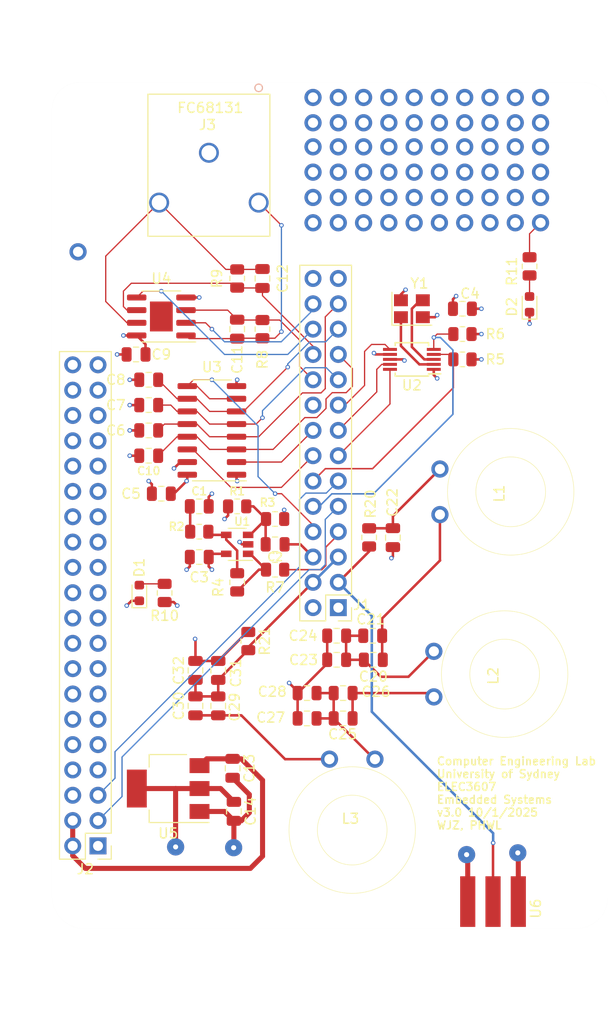
<source format=kicad_pcb>
(kicad_pcb (version 20211014) (generator pcbnew)
  (layers (0 "F.Cu" signal) (1 "In1.Cu" power "GNDD.Cu") (2 "In2.Cu" power "3V3.Cu") (31 "B.Cu" signal) (34 "B.Paste" user) (35 "F.Paste" user) (36 "B.SilkS" user "B.Silkscreen") (37 "F.SilkS" user "F.Silkscreen") (38 "B.Mask" user) (39 "F.Mask" user) (44 "Edge.Cuts" user))
  (net 0 "")
  (net 1 "+3V3")
  (net 2 "GND")
  (net 3 "Net-(C1-Pad2)")
  (net 4 "Net-(C2-Pad2)")
  (net 5 "RFIN")
  (net 6 "Q+")
  (net 7 "I+")
  (net 8 "Iout")
  (net 9 "Qout")
  (net 10 "RFOUT")
  (net 11 "MIXIN")
  (net 12 "I2C_SCL")
  (net 13 "I2C_SDA")
  (net 14 "CLK0")
  (net 15 "MIXCLK0")
  (net 16 "CLK1")
  (net 17 "MIXCLK90")
  (net 18 "CLK2")
  (net 19 "MIXI+")
  (net 20 "MIXI-")
  (net 21 "MIXQ+")
  (net 22 "MIXQ-")
  (net 23 "Net-(R2-Pad1)")
  (net 24 "Net-(R4-Pad1)")
  (net 25 "Net-(U2-Pad2)")
  (net 26 "Net-(U2-Pad3)")
  (net 27 "I-")
  (net 28 "Q-")
  (net 29 "Net-(D1-Pad2)")
  (net 30 "Net-(D2-Pad2)")
  (net 31 "LED_IN")
  (net 32 "P3_SDA")
  (net 33 "P5_SCL")
  (net 35 "Net-(C13-Pad1)")
  (net 36 "Net-(C20-Pad1)")
  (net 37 "Net-(C20-Pad2)")
  (net 38 "Net-(C22-Pad1)")
  (net 39 "Net-(C25-Pad2)")
  (net 40 "Net-(C25-Pad1)")
  (net 41 "Net-(C29-Pad1)")
  (net 71 "BPFOUT")
  (net 72 "BPFIN")
  (footprint "Capacitor_SMD:C_0805_2012Metric" (layer "F.Cu") (at 154.1018 81.0641 180)
    (fp_text reference "C4")
    (fp_text value "0.1uF")
  )
  (footprint "Capacitor_SMD:C_0805_2012Metric" (layer "F.Cu") (at 122.5804 93.2688 180)
    (fp_text reference "C6")
    (fp_text value "0.1uF")
  )
  (footprint "Capacitor_SMD:C_0805_2012Metric" (layer "F.Cu") (at 122.5804 90.7288 180)
    (fp_text reference "C7")
    (fp_text value "0.1uF")
  )
  (footprint "Capacitor_SMD:C_0805_2012Metric" (layer "F.Cu") (at 121.3104 85.6488 180)
    (fp_text reference "C9")
    (fp_text value "0.1uF")
  )
  (footprint "Capacitor_SMD:C_0805_2012Metric" (layer "F.Cu") (at 122.5804 95.8088 180)
    (fp_text reference "C10")
    (fp_text value "0.1uF")
  )
  (footprint "Resistor_SMD:R_0805_2012Metric" (layer "F.Cu") (at 154.1018 83.6041)
    (fp_text reference "R6")
    (fp_text value "4.7k")
  )
  (footprint "Package_SO:MSOP-10_3x3mm_P0.5mm" (layer "F.Cu") (at 149.0218 86.1441 180)
    (fp_text reference "U2")
    (fp_text value "Si5351A-B-GT")
  )
  (footprint "Package_SO:SOIC-16_3.9x9.9mm_P1.27mm" (layer "F.Cu") (at 128.9304 93.2688 180)
    (fp_text reference "U3")
    (fp_text value "TS3A5017")
  )
  (footprint "Capacitor_SMD:C_0805_2012Metric" (layer "F.Cu") (at 131.4704 83.1088 90)
    (fp_text reference "C11")
    (fp_text value "3300pF")
  )
  (footprint "Package_SO:SOIC-8-1EP_3.9x4.9mm_P1.27mm_EP2.29x3mm" (layer "F.Cu") (at 123.8504 81.8388 180)
    (fp_text reference "U4")
    (fp_text value "TL972")
  )
  (footprint "Resistor_SMD:R_0805_2012Metric" (layer "F.Cu") (at 134.0104 83.1088 90)
    (fp_text reference "R8")
    (fp_text value "10K")
  )
  (footprint "Resistor_SMD:R_0805_2012Metric" (layer "F.Cu") (at 154.1018 86.1441)
    (fp_text reference "R5")
    (fp_text value "4.7k")
  )
  (footprint "Crystal:Crystal_SMD_TXC_7M-4Pin_3.2x2.5mm" (layer "F.Cu") (at 149.0218 81.0641)
    (fp_text reference "Y1")
    (fp_text value "Crystal")
  )
  (footprint "Capacitor_SMD:C_0805_2012Metric" (layer "F.Cu") (at 123.8504 99.6188 180)
    (fp_text reference "C5")
    (fp_text value "0.1uF")
  )
  (footprint "Resistor_SMD:R_0805_2012Metric" (layer "F.Cu") (at 131.4704 78.0288 -90)
    (fp_text reference "R9")
    (fp_text value "10K")
  )
  (footprint "Capacitor_SMD:C_0805_2012Metric" (layer "F.Cu") (at 134.0104 78.0288 -90)
    (fp_text reference "C12")
    (fp_text value "3300pF")
  )
  (footprint "Connector_PinHeader_2.54mm:PinHeader_2x14_P2.54mm_Vertical" (layer "F.Cu") (at 141.6304 111.0488 180)
    (fp_text reference "J1")
    (fp_text value "Conn_02x14_Odd_Even")
  )
  (footprint "Capacitor_SMD:C_0805_2012Metric" (layer "F.Cu") (at 127.6604 105.9688)
    (fp_text reference "C3")
    (fp_text value "0.1uF")
  )
  (footprint "Resistor_SMD:R_0805_2012Metric" (layer "F.Cu") (at 127.6604 103.4288 180)
    (fp_text reference "R2")
    (fp_text value "47")
  )
  (footprint "Capacitor_SMD:C_0805_2012Metric" (layer "F.Cu") (at 127.6604 100.8888 180)
    (fp_text reference "C1")
    (fp_text value "0.1uF")
  )
  (footprint "Package_TO_SOT_SMD:SOT-23-5" (layer "F.Cu") (at 131.4704 104.6988 180)
    (fp_text reference "U1")
    (fp_text value "THS4304")
  )
  (footprint "Resistor_SMD:R_0805_2012Metric" (layer "F.Cu") (at 135.2804 102.1588)
    (fp_text reference "R3")
    (fp_text value "470")
  )
  (footprint "Resistor_SMD:R_0805_2012Metric" (layer "F.Cu") (at 135.2804 107.2388 180)
    (fp_text reference "R7")
    (fp_text value "100")
  )
  (footprint "Capacitor_SMD:C_0805_2012Metric" (layer "F.Cu") (at 135.2804 104.6988 180)
    (fp_text reference "C2")
    (fp_text value "0.01uF")
  )
  (footprint "Resistor_SMD:R_0805_2012Metric" (layer "F.Cu") (at 131.4704 100.8888)
    (fp_text reference "R1")
    (fp_text value "470")
  )
  (footprint "Resistor_SMD:R_0805_2012Metric" (layer "F.Cu") (at 131.4704 108.5088 90)
    (fp_text reference "R4")
    (fp_text value "220")
  )
  (footprint "Diode_SMD:D_0603_1608Metric" (layer "F.Cu") (at 121.6406 109.5756 90)
    (fp_text reference "D1")
    (fp_text value "LED yellow")
  )
  (footprint "Resistor_SMD:R_0805_2012Metric" (layer "F.Cu") (at 124.1806 109.5756 90)
    (fp_text reference "R10")
    (fp_text value "62")
  )
  (footprint "Capacitor_SMD:C_0805_2012Metric" (layer "F.Cu") (at 122.5804 88.1888 180)
    (fp_text reference "C8")
    (fp_text value "0.1uF")
  )
  (footprint "Connector_PinHeader_2.54mm:PinHeader_2x20_P2.54mm_Vertical" (layer "F.Cu") (at 117.4877 134.9502 180)
    (fp_text reference "J2")
    (fp_text value "Conn_02x20_Odd_Even")
  )
  (footprint "AudioJack:FC68131" (layer "F.Cu") (at 133.6294 62.9158 -90)
    (fp_text reference "J3")
    (fp_text value "FC68131")
  )
  (footprint "Diode_SMD:D_0603_1608Metric" (layer "F.Cu") (at 160.8455 80.6196 90)
    (fp_text reference "D2")
    (fp_text value "LED blue")
  )
  (footprint "Resistor_SMD:R_0805_2012Metric" (layer "F.Cu") (at 160.8455 76.8096 -90)
    (fp_text reference "R11")
    (fp_text value "200")
  )
  (footprint "Capacitor_SMD:C_0805_2012Metric" (layer "F.Cu") (at 131.0132 127.1651 -90)
    (fp_text reference "C13")
    (fp_text value "100nF")
  )
  (footprint "Capacitor_SMD:C_0805_2012Metric" (layer "F.Cu") (at 131.1402 131.4831 -90)
    (fp_text reference "C14")
    (fp_text value "10uF")
  )
  (footprint "Capacitor_SMD:C_0805_2012Metric" (layer "F.Cu") (at 145.1483 116.2812 180)
    (fp_text reference "C20")
    (fp_text value "33pF")
  )
  (footprint "Capacitor_SMD:C_0805_2012Metric" (layer "F.Cu") (at 145.0873 113.8682 180)
    (fp_text reference "C21")
    (fp_text value "27pF")
  )
  (footprint "Capacitor_SMD:C_0805_2012Metric" (layer "F.Cu") (at 147.1168 104.0257 -90)
    (fp_text reference "C22")
    (fp_text value "270pF")
  )
  (footprint "Capacitor_SMD:C_0805_2012Metric" (layer "F.Cu") (at 141.4653 116.2812 180)
    (fp_text reference "C23")
    (fp_text value "680pF")
  )
  (footprint "Capacitor_SMD:C_0805_2012Metric" (layer "F.Cu") (at 141.4653 113.8682 180)
    (fp_text reference "C24")
    (fp_text value "22pF")
  )
  (footprint "Capacitor_SMD:C_0805_2012Metric" (layer "F.Cu") (at 142.1155 122.1613 180)
    (fp_text reference "C25")
    (fp_text value "33pF")
  )
  (footprint "Capacitor_SMD:C_0805_2012Metric" (layer "F.Cu") (at 142.1155 119.6213 180)
    (fp_text reference "C26")
    (fp_text value "27pF")
  )
  (footprint "Capacitor_SMD:C_0805_2012Metric" (layer "F.Cu") (at 138.4935 122.1613 180)
    (fp_text reference "C27")
    (fp_text value "680pF")
  )
  (footprint "Capacitor_SMD:C_0805_2012Metric" (layer "F.Cu") (at 138.4935 119.6213 180)
    (fp_text reference "C28")
    (fp_text value "22pF")
  )
  (footprint "Capacitor_SMD:C_0805_2012Metric" (layer "F.Cu") (at 129.5654 120.904 90)
    (fp_text reference "C29")
    (fp_text value "33pF")
  )
  (footprint "Capacitor_SMD:C_0805_2012Metric" (layer "F.Cu") (at 127.2794 120.904 90)
    (fp_text reference "C30")
    (fp_text value "27pF")
  )
  (footprint "Capacitor_SMD:C_0805_2012Metric" (layer "F.Cu") (at 129.5654 117.348 90)
    (fp_text reference "C31")
    (fp_text value "680pF")
  )
  (footprint "Capacitor_SMD:C_0805_2012Metric" (layer "F.Cu") (at 127.2794 117.348 90)
    (fp_text reference "C32")
    (fp_text value "22pF")
  )
  (footprint "AudioJack:T94-10" (layer "F.Cu") (at 158.9532 99.4283 -90)
    (fp_text reference "L1")
    (fp_text value "INDUCTOR")
  )
  (footprint "AudioJack:T94-10" (layer "F.Cu") (at 158.3436 117.7163 -90)
    (fp_text reference "L2")
    (fp_text value "INDUCTOR")
  )
  (footprint "AudioJack:T94-10" (layer "F.Cu") (at 143.0274 133.3627 180)
    (fp_text reference "L3")
    (fp_text value "INDUCTOR")
  )
  (footprint "Resistor_SMD:R_0805_2012Metric" (layer "F.Cu") (at 144.7292 104.0003 -90)
    (fp_text reference "R20")
    (fp_text value "50")
  )
  (footprint "Resistor_SMD:R_0805_2012Metric" (layer "F.Cu") (at 132.588 114.4016 -90)
    (fp_text reference "R21")
    (fp_text value "50")
  )
  (footprint "Package_TO_SOT_SMD:SOT-223-3_TabPin2" (layer "F.Cu") (at 124.5362 129.1971 180)
    (fp_text reference "U5")
    (fp_text value "LD1117S33TR_SOT223")
  )
  (footprint "AudioJack:BWSMA-KE-P001" (layer "F.Cu") (at 157.1752 143.8402 -90)
    (fp_text reference "U6")
    (fp_text value "BWSMA-KE-P001")
  )
  (gr_line (start 165.519126 143.255848) (end 116.1542 143.256) (layer "Edge.Cuts") (width 0.00254))
  (gr_line (start 166.292299 58.356495) (end 115.6462 58.3565) (layer "Edge.Cuts") (width 0.00254))
  (gr_arc (start 112.8522 61.1505) (mid 113.670544 59.174844) (end 115.6462 58.3565) (layer "Edge.Cuts") (width 0.00254))
  (gr_line (start 168.7322 140.0175) (end 168.7449 60.833) (layer "Edge.Cuts") (width 0.00254))
  (gr_arc (start 168.732127 140.017501) (mid 167.80004 142.305809) (end 165.519126 143.255848) (layer "Edge.Cuts") (width 0.00254))
  (gr_arc (start 116.1542 143.256) (mid 113.819333 142.288867) (end 112.8522 139.954) (layer "Edge.Cuts") (width 0.00254))
  (gr_line (start 112.8522 139.954) (end 112.8522 61.1505) (layer "Edge.Cuts") (width 0.00254))
  (gr_arc (start 166.292299 58.356495) (mid 168.031721 59.086578) (end 168.7449 60.833) (layer "Edge.Cuts") (width 0.00254))
  (gr_text "Computer Engineering Lab\nUniversity of Sydney\nELEC3607\nEmbedded Systems\nv3.0 10/1/2025\nWJZ, PHWL" (at 151.4475 129.667) (layer "F.SilkS") (effects (font (size 0.8 0.8)) (justify left)))
  (via (at 151.7904 72.4408) (size 1.7272) (drill 1.016) (layers "F.Cu" "B.Cu") (net 0))
  (via (at 154.3304 72.4408) (size 1.7272) (drill 1.016) (layers "F.Cu" "B.Cu") (net 0))
  (via (at 141.6304 72.4408) (size 1.7272) (drill 1.016) (layers "F.Cu" "B.Cu") (net 0))
  (via (at 154.3304 64.8208) (size 1.7272) (drill 1.016) (layers "F.Cu" "B.Cu") (net 0))
  (via (at 149.2504 67.3608) (size 1.7272) (drill 1.016) (layers "F.Cu" "B.Cu") (net 0))
  (via (at 151.7904 69.9008) (size 1.7272) (drill 1.016) (layers "F.Cu" "B.Cu") (net 0))
  (via (at 144.1704 72.4408) (size 1.7272) (drill 1.016) (layers "F.Cu" "B.Cu") (net 0))
  (via (at 151.7904 64.8208) (size 1.7272) (drill 1.016) (layers "F.Cu" "B.Cu") (net 0))
  (via (at 159.4104 64.8208) (size 1.7272) (drill 1.016) (layers "F.Cu" "B.Cu") (net 0))
  (via (at 154.3304 69.9008) (size 1.7272) (drill 1.016) (layers "F.Cu" "B.Cu") (net 0))
  (via (at 156.8704 67.3608) (size 1.7272) (drill 1.016) (layers "F.Cu" "B.Cu") (net 0))
  (via (at 154.3304 67.3608) (size 1.7272) (drill 1.016) (layers "F.Cu" "B.Cu") (net 0))
  (via (at 144.1704 64.8208) (size 1.7272) (drill 1.016) (layers "F.Cu" "B.Cu") (net 0))
  (via (at 159.4104 72.4408) (size 1.7272) (drill 1.016) (layers "F.Cu" "B.Cu") (net 0))
  (via (at 146.7104 64.8208) (size 1.7272) (drill 1.016) (layers "F.Cu" "B.Cu") (net 0))
  (via (at 144.1704 69.9008) (size 1.7272) (drill 1.016) (layers "F.Cu" "B.Cu") (net 0))
  (via (at 149.2504 69.9008) (size 1.7272) (drill 1.016) (layers "F.Cu" "B.Cu") (net 0))
  (via (at 156.8704 69.9008) (size 1.7272) (drill 1.016) (layers "F.Cu" "B.Cu") (net 0))
  (via (at 156.8704 72.4408) (size 1.7272) (drill 1.016) (layers "F.Cu" "B.Cu") (net 0))
  (via (at 144.1704 67.3608) (size 1.7272) (drill 1.016) (layers "F.Cu" "B.Cu") (net 0))
  (via (at 159.4104 67.3608) (size 1.7272) (drill 1.016) (layers "F.Cu" "B.Cu") (net 0))
  (via (at 159.4104 69.9008) (size 1.7272) (drill 1.016) (layers "F.Cu" "B.Cu") (net 0))
  (via (at 161.9504 69.9008) (size 1.7272) (drill 1.016) (layers "F.Cu" "B.Cu") (net 0))
  (via (at 151.7904 67.3608) (size 1.7272) (drill 1.016) (layers "F.Cu" "B.Cu") (net 0))
  (via (at 141.6304 64.8208) (size 1.7272) (drill 1.016) (layers "F.Cu" "B.Cu") (net 0))
  (via (at 141.6304 67.3608) (size 1.7272) (drill 1.016) (layers "F.Cu" "B.Cu") (net 0))
  (via (at 161.9504 64.8208) (size 1.7272) (drill 1.016) (layers "F.Cu" "B.Cu") (net 0))
  (via (at 161.9504 67.3608) (size 1.7272) (drill 1.016) (layers "F.Cu" "B.Cu") (net 0))
  (via (at 139.0904 69.9008) (size 1.7272) (drill 1.016) (layers "F.Cu" "B.Cu") (net 0))
  (via (at 139.0904 64.8208) (size 1.7272) (drill 1.016) (layers "F.Cu" "B.Cu") (net 0))
  (via (at 146.7104 72.4408) (size 1.7272) (drill 1.016) (layers "F.Cu" "B.Cu") (net 0))
  (via (at 146.7104 69.9008) (size 1.7272) (drill 1.016) (layers "F.Cu" "B.Cu") (net 0))
  (via (at 146.7104 67.3608) (size 1.7272) (drill 1.016) (layers "F.Cu" "B.Cu") (net 0))
  (via (at 156.8704 64.8208) (size 1.7272) (drill 1.016) (layers "F.Cu" "B.Cu") (net 0))
  (via (at 139.0904 72.4408) (size 1.7272) (drill 1.016) (layers "F.Cu" "B.Cu") (net 0))
  (via (at 139.0904 67.3608) (size 1.7272) (drill 1.016) (layers "F.Cu" "B.Cu") (net 0))
  (via (at 141.6304 69.9008) (size 1.7272) (drill 1.016) (layers "F.Cu" "B.Cu") (net 0))
  (via (at 149.2504 64.8208) (size 1.7272) (drill 1.016) (layers "F.Cu" "B.Cu") (net 0))
  (via (at 149.2504 72.4408) (size 1.7272) (drill 1.016) (layers "F.Cu" "B.Cu") (net 0))
  (via (at 149.2504 59.8678) (size 1.7272) (drill 1.016) (layers "F.Cu" "B.Cu") (net 0))
  (via (at 159.4104 59.8678) (size 1.7272) (drill 1.016) (layers "F.Cu" "B.Cu") (net 0))
  (via (at 139.0904 59.8678) (size 1.7272) (drill 1.016) (layers "F.Cu" "B.Cu") (net 0))
  (via (at 144.1704 62.4078) (size 1.7272) (drill 1.016) (layers "F.Cu" "B.Cu") (net 0))
  (via (at 149.2504 62.4078) (size 1.7272) (drill 1.016) (layers "F.Cu" "B.Cu") (net 0))
  (via (at 156.8704 62.4078) (size 1.7272) (drill 1.016) (layers "F.Cu" "B.Cu") (net 0))
  (via (at 141.6304 62.4078) (size 1.7272) (drill 1.016) (layers "F.Cu" "B.Cu") (net 0))
  (via (at 151.7904 59.8678) (size 1.7272) (drill 1.016) (layers "F.Cu" "B.Cu") (net 0))
  (via (at 161.9504 62.4078) (size 1.7272) (drill 1.016) (layers "F.Cu" "B.Cu") (net 0))
  (via (at 141.6304 59.8678) (size 1.7272) (drill 1.016) (layers "F.Cu" "B.Cu") (net 0))
  (via (at 146.7104 59.8678) (size 1.7272) (drill 1.016) (layers "F.Cu" "B.Cu") (net 0))
  (via (at 161.9504 59.8678) (size 1.7272) (drill 1.016) (layers "F.Cu" "B.Cu") (net 0))
  (via (at 156.8704 59.8678) (size 1.7272) (drill 1.016) (layers "F.Cu" "B.Cu") (net 0))
  (via (at 139.0904 62.4078) (size 1.7272) (drill 1.016) (layers "F.Cu" "B.Cu") (net 0))
  (via (at 159.4104 62.4078) (size 1.7272) (drill 1.016) (layers "F.Cu" "B.Cu") (net 0))
  (via (at 154.3304 62.4078) (size 1.7272) (drill 1.016) (layers "F.Cu" "B.Cu") (net 0))
  (via (at 151.7904 62.4078) (size 1.7272) (drill 1.016) (layers "F.Cu" "B.Cu") (net 0))
  (via (at 146.7104 62.4078) (size 1.7272) (drill 1.016) (layers "F.Cu" "B.Cu") (net 0))
  (via (at 144.1704 59.8678) (size 1.7272) (drill 1.016) (layers "F.Cu" "B.Cu") (net 0))
  (via (at 154.3304 59.8678) (size 1.7272) (drill 1.016) (layers "F.Cu" "B.Cu") (net 0))
  (segment (start 125.2855 129.2098) (end 125.2982 129.1971) (width 0.508) (layer "F.Cu") (net 1))
  (segment (start 129.8042 129.1971) (end 131.1402 130.5331) (width 0.508) (layer "F.Cu") (net 1))
  (segment (start 130.3704 105.6488) (end 128.9304 105.6488) (width 0.254) (layer "F.Cu") (net 1))
  (segment (start 122.2604 85.6488) (end 122.2604 84.6288) (width 0.254) (layer "F.Cu") (net 1))
  (segment (start 128.6104 105.9688) (end 128.6104 106.9188) (width 0.254) (layer "F.Cu") (net 1))
  (segment (start 136.1929 101.2463) (end 136.1929 102.1588) (width 0.254) (layer "F.Cu") (net 1))
  (segment (start 126.4554 98.2838) (end 126.3904 98.3488) (width 0.254) (layer "F.Cu") (net 1))
  (segment (start 151.2218 87.7091) (end 151.5618 88.0491) (width 0.254) (layer "F.Cu") (net 1))
  (segment (start 128.9304 105.6488) (end 128.6104 105.9688) (width 0.254) (layer "F.Cu") (net 1))
  (segment (start 131.2012 130.5941) (end 131.1402 130.5331) (width 0.762) (layer "F.Cu") (net 1))
  (segment (start 126.4554 97.7138) (end 126.4554 98.2838) (width 0.254) (layer "F.Cu") (net 1))
  (segment (start 145.3468 85.6441) (end 145.2118 85.5091) (width 0.254) (layer "F.Cu") (net 1))
  (segment (start 125.2855 135.0518) (end 125.2855 129.2098) (width 0.508) (layer "F.Cu") (net 1))
  (segment (start 121.3862 129.1971) (end 125.2982 129.1971) (width 0.508) (layer "F.Cu") (net 1))
  (segment (start 151.2218 87.1441) (end 151.2218 87.7091) (width 0.254) (layer "F.Cu") (net 1))
  (segment (start 122.2604 84.6288) (end 121.3754 83.7438) (width 0.254) (layer "F.Cu") (net 1))
  (segment (start 146.8218 85.6441) (end 145.3468 85.6441) (width 0.254) (layer "F.Cu") (net 1))
  (segment (start 125.0931 110.4881) (end 125.4506 110.8456) (width 0.254) (layer "F.Cu") (net 1))
  (segment (start 128.6104 106.9188) (end 128.9304 107.2388) (width 0.254) (layer "F.Cu") (net 1))
  (segment (start 125.2982 129.1971) (end 127.6862 129.1971) (width 0.508) (layer "F.Cu") (net 1))
  (segment (start 155.0518 81.0641) (end 156.0068 81.0641) (width 0.254) (layer "F.Cu") (net 1))
  (segment (start 124.1806 110.4881) (end 125.0931 110.4881) (width 0.254) (layer "F.Cu") (net 1))
  (segment (start 155.0143 86.1441) (end 156.0068 86.1441) (width 0.254) (layer "F.Cu") (net 1))
  (segment (start 121.3754 83.7438) (end 120.0404 83.7438) (width 0.254) (layer "F.Cu") (net 1))
  (segment (start 124.8004 99.6188) (end 125.1204 99.6188) (width 0.254) (layer "F.Cu") (net 1))
  (segment (start 127.6862 129.1971) (end 129.8042 129.1971) (width 0.508) (layer "F.Cu") (net 1))
  (segment (start 155.0143 83.6041) (end 156.0068 83.6041) (width 0.254) (layer "F.Cu") (net 1))
  (segment (start 125.1204 99.6188) (end 126.3904 98.3488) (width 0.254) (layer "F.Cu") (net 1))
  (via (at 125.4506 110.8456) (size 0.4572) (drill 0.254) (layers "F.Cu" "B.Cu") (net 1))
  (via (at 156.0068 83.6041) (size 0.4572) (drill 0.254) (layers "F.Cu" "B.Cu") (net 1))
  (via (at 128.9304 107.2388) (size 0.4572) (drill 0.254) (layers "F.Cu" "B.Cu") (net 1))
  (via (at 136.1929 101.2463) (size 0.4572) (drill 0.254) (layers "F.Cu" "B.Cu") (net 1))
  (via (at 126.3904 98.3488) (size 0.4572) (drill 0.254) (layers "F.Cu" "B.Cu") (net 1))
  (via (at 125.2855 135.0518) (size 1.7272) (drill 0.508) (layers "F.Cu" "B.Cu") (net 1))
  (via (at 120.0404 83.7438) (size 0.4572) (drill 0.254) (layers "F.Cu" "B.Cu") (net 1))
  (via (at 151.5618 88.0491) (size 0.4572) (drill 0.254) (layers "F.Cu" "B.Cu") (net 1))
  (via (at 156.0068 86.1441) (size 0.4572) (drill 0.254) (layers "F.Cu" "B.Cu") (net 1))
  (via (at 145.2118 85.5091) (size 0.4572) (drill 0.254) (layers "F.Cu" "B.Cu") (net 1))
  (via (at 156.0068 81.0641) (size 0.4572) (drill 0.254) (layers "F.Cu" "B.Cu") (net 1))
  (segment (start 128.9679 101.2463) (end 128.6104 100.8888) (width 0.254) (layer "F.Cu") (net 2))
  (segment (start 160.8455 81.4071) (end 160.8455 82.5246) (width 0.254) (layer "F.Cu") (net 2))
  (segment (start 148.15818 86.1441) (end 148.27249 86.25841) (width 0.254) (layer "F.Cu") (net 2))
  (segment (start 126.7104 106.9188) (end 126.3904 107.2388) (width 0.254) (layer "F.Cu") (net 2))
  (segment (start 120.8531 110.3631) (end 120.3706 110.8456) (width 0.254) (layer "F.Cu") (net 2))
  (segment (start 126.7104 105.9688) (end 126.7104 106.9188) (width 0.254) (layer "F.Cu") (net 2))
  (segment (start 127.2794 116.398) (end 129.5654 116.398) (width 0.254) (layer "F.Cu") (net 2))
  (segment (start 127.2794 114.2238) (end 127.2413 114.1857) (width 0.254) (layer "F.Cu") (net 2))
  (segment (start 153.1518 81.0641) (end 153.1518 80.1091) (width 0.254) (layer "F.Cu") (net 2))
  (segment (start 131.1402 135.1026) (end 131.1148 135.128) (width 0.508) (layer "F.Cu") (net 2))
  (segment (start 140.2613 116.5352) (end 140.5153 116.2812) (width 0.254) (layer "F.Cu") (net 2))
  (segment (start 137.5435 119.6213) (end 140.5153 116.6495) (width 0.254) (layer "F.Cu") (net 2))
  (segment (start 121.6304 95.8088) (end 120.6754 95.8088) (width 0.254) (layer "F.Cu") (net 2))
  (segment (start 137.5435 119.4587) (end 136.6901 118.6053) (width 0.254) (layer "F.Cu") (net 2))
  (segment (start 137.2895 119.8753) (end 137.5435 119.6213) (width 0.254) (layer "F.Cu") (net 2))
  (segment (start 131.8793 132.4331) (end 131.1402 132.4331) (width 0.508) (layer "F.Cu") (net 2))
  (segment (start 132.4743 113.4891) (end 129.5654 116.398) (width 0.254) (layer "F.Cu") (net 2))
  (segment (start 130.2042 131.4971) (end 131.1402 132.4331) (width 0.508) (layer "F.Cu") (net 2))
  (segment (start 140.5153 116.6495) (end 140.5153 116.2812) (width 0.254) (layer "F.Cu") (net 2))
  (segment (start 147.9218 80.2141) (end 147.9218 79.6241) (width 0.254) (layer "F.Cu") (net 2))
  (segment (start 127.2794 116.398) (end 127.2794 114.2238) (width 0.254) (layer "F.Cu") (net 2))
  (segment (start 132.588 113.4891) (end 132.4743 113.4891) (width 0.254) (layer "F.Cu") (net 2))
  (segment (start 126.7104 105.5013) (end 126.7104 105.9688) (width 0.254) (layer "F.Cu") (net 2))
  (segment (start 131.4054 98.2838) (end 131.4704 98.3488) (width 0.254) (layer "F.Cu") (net 2))
  (segment (start 131.1402 132.4331) (end 131.1402 135.1026) (width 0.508) (layer "F.Cu") (net 2))
  (segment (start 147.9218 79.6241) (end 148.3868 79.1591) (width 0.254) (layer "F.Cu") (net 2))
  (segment (start 126.4554 96.4438) (end 125.7554 96.4438) (width 0.254) (layer "F.Cu") (net 2))
  (segment (start 126.3254 79.9338) (end 127.6604 79.9338) (width 0.254) (layer "F.Cu") (net 2))
  (segment (start 128.6104 100.8888) (end 128.6104 99.9388) (width 0.254) (layer "F.Cu") (net 2))
  (segment (start 122.9004 98.6688) (end 122.5804 98.3488) (width 0.254) (layer "F.Cu") (net 2))
  (segment (start 130.5579 100.8888) (end 130.5579 101.8013) (width 0.254) (layer "F.Cu") (net 2))
  (segment (start 132.6896 129.7915) (end 132.6896 131.6228) (width 0.508) (layer "F.Cu") (net 2))
  (segment (start 125.7554 96.4438) (end 125.1204 97.0788) (width 0.254) (layer "F.Cu") (net 2))
  (segment (start 159.7152 135.6995) (end 159.6644 135.6487) (width 0.508) (layer "F.Cu") (net 2))
  (segment (start 137.5435 119.6213) (end 137.5435 119.4587) (width 0.254) (layer "F.Cu") (net 2))
  (segment (start 130.5579 101.8013) (end 130.2004 102.1588) (width 0.254) (layer "F.Cu") (net 2))
  (segment (start 137.5435 122.1613) (end 137.5435 119.6213) (width 0.254) (layer "F.Cu") (net 2))
  (segment (start 150.1218 81.9141) (end 151.3468 81.9141) (width 0.254) (layer "F.Cu") (net 2))
  (segment (start 131.949018 104.6988) (end 131.709709 104.459491) (width 0.254) (layer "F.Cu") (net 2))
  (segment (start 131.4054 88.8238) (end 131.4054 88.2538) (width 0.254) (layer "F.Cu") (net 2))
  (segment (start 147.1168 105.9307) (end 146.9644 106.0831) (width 0.254) (layer "F.Cu") (net 2))
  (segment (start 140.5153 113.8682) (end 140.5153 116.2812) (width 0.254) (layer "F.Cu") (net 2))
  (segment (start 159.7152 140.5382) (end 159.7152 135.6995) (width 0.508) (layer "F.Cu") (net 2))
  (segment (start 120.3604 85.6488) (end 119.4054 85.6488) (width 0.254) (layer "F.Cu") (net 2))
  (segment (start 132.5704 104.6988) (end 131.949018 104.6988) (width 0.254) (layer "F.Cu") (net 2))
  (segment (start 132.6896 131.6228) (end 131.8793 132.4331) (width 0.508) (layer "F.Cu") (net 2))
  (segment (start 122.9004 99.6188) (end 122.9004 98.6688) (width 0.254) (layer "F.Cu") (net 2))
  (segment (start 153.1518 80.1091) (end 153.4668 79.7941) (width 0.254) (layer "F.Cu") (net 2))
  (segment (start 146.8218 86.1441) (end 148.15818 86.1441) (width 0.254) (layer "F.Cu") (net 2))
  (segment (start 128.6104 99.9388) (end 128.9304 99.6188) (width 0.254) (layer "F.Cu") (net 2))
  (segment (start 121.6406 110.3631) (end 120.8531 110.3631) (width 0.254) (layer "F.Cu") (net 2))
  (segment (start 147.1168 104.9757) (end 147.1168 105.9307) (width 0.254) (layer "F.Cu") (net 2))
  (segment (start 154.6352 140.5382) (end 154.6352 135.9408) (width 0.508) (layer "F.Cu") (net 2))
  (segment (start 151.3468 81.9141) (end 151.5618 81.6991) (width 0.254) (layer "F.Cu") (net 2))
  (segment (start 121.6304 90.7288) (end 120.6754 90.7288) (width 0.254) (layer "F.Cu") (net 2))
  (segment (start 131.0132 128.1151) (end 132.6896 129.7915) (width 0.508) (layer "F.Cu") (net 2))
  (segment (start 131.4054 88.2538) (end 131.4704 88.1888) (width 0.254) (layer "F.Cu") (net 2))
  (segment (start 121.6304 88.1888) (end 120.6754 88.1888) (width 0.254) (layer "F.Cu") (net 2))
  (segment (start 131.4054 97.7138) (end 131.4054 98.2838) (width 0.254) (layer "F.Cu") (net 2))
  (segment (start 154.6352 135.9408) (end 154.5209 135.8265) (width 0.508) (layer "F.Cu") (net 2))
  (segment (start 127.6862 131.4971) (end 130.2042 131.4971) (width 0.508) (layer "F.Cu") (net 2))
  (segment (start 121.6304 93.2688) (end 120.6754 93.2688) (width 0.254) (layer "F.Cu") (net 2))
  (segment (start 140.6373 113.8682) (end 140.5153 113.8682) (width 0.254) (layer "F.Cu") (net 2))
  (via (at 160.8455 82.5627) (size 0.4572) (drill 0.254) (layers "F.Cu" "B.Cu") (net 2))
  (via (at 115.4811 75.3491) (size 1.7272) (drill 1.016) (layers "F.Cu" "B.Cu") (net 2))
  (via (at 146.9644 106.0831) (size 0.4572) (drill 0.254) (layers "F.Cu" "B.Cu") (net 2))
  (via (at 151.5618 81.6991) (size 0.4572) (drill 0.254) (layers "F.Cu" "B.Cu") (net 2))
  (via (at 128.9304 99.6188) (size 0.4572) (drill 0.254) (layers "F.Cu" "B.Cu") (net 2))
  (via (at 120.6754 88.1888) (size 0.4572) (drill 0.254) (layers "F.Cu" "B.Cu") (net 2))
  (via (at 154.5209 135.8265) (size 1.7272) (drill 0.508) (layers "F.Cu" "B.Cu") (net 2))
  (via (at 120.3706 110.8456) (size 0.4572) (drill 0.254) (layers "F.Cu" "B.Cu") (net 2))
  (via (at 131.709709 104.459491) (size 0.4572) (drill 0.254) (layers "F.Cu" "B.Cu") (net 2))
  (via (at 119.4054 85.6488) (size 0.4572) (drill 0.254) (layers "F.Cu" "B.Cu") (net 2))
  (via (at 120.6754 93.2688) (size 0.4572) (drill 0.254) (layers "F.Cu" "B.Cu") (net 2))
  (via (at 127.2413 114.1857) (size 0.4572) (drill 0.254) (layers "F.Cu" "B.Cu") (net 2))
  (via (at 131.4704 98.3488) (size 0.4572) (drill 0.254) (layers "F.Cu" "B.Cu") (net 2))
  (via (at 136.6901 118.6053) (size 0.4572) (drill 0.254) (layers "F.Cu" "B.Cu") (net 2))
  (via (at 126.3904 107.2388) (size 0.4572) (drill 0.254) (layers "F.Cu" "B.Cu") (net 2))
  (via (at 153.4668 79.7941) (size 0.4572) (drill 0.254) (layers "F.Cu" "B.Cu") (net 2))
  (via (at 148.3868 79.1591) (size 0.4572) (drill 0.254) (layers "F.Cu" "B.Cu") (net 2))
  (via (at 131.1148 135.128) (size 1.7272) (drill 0.508) (layers "F.Cu" "B.Cu") (net 2))
  (via (at 127.6604 79.9338) (size 0.4572) (drill 0.254) (layers "F.Cu" "B.Cu") (net 2))
  (via (at 120.6754 95.8088) (size 0.4572) (drill 0.254) (layers "F.Cu" "B.Cu") (net 2))
  (via (at 159.6644 135.6487) (size 1.7272) (drill 0.508) (layers "F.Cu" "B.Cu") (net 2))
  (via (at 122.5804 98.3488) (size 0.4572) (drill 0.254) (layers "F.Cu" "B.Cu") (net 2))
  (via (at 148.27249 86.25841) (size 0.4572) (drill 0.254) (layers "F.Cu" "B.Cu") (net 2))
  (via (at 125.1204 97.0788) (size 0.4572) (drill 0.254) (layers "F.Cu" "B.Cu") (net 2))
  (via (at 130.2004 102.1588) (size 0.4572) (drill 0.254) (layers "F.Cu" "B.Cu") (net 2))
  (via (at 120.6754 90.7288) (size 0.4572) (drill 0.254) (layers "F.Cu" "B.Cu") (net 2))
  (via (at 131.4704 88.1888) (size 0.4572) (drill 0.254) (layers "F.Cu" "B.Cu") (net 2))
  (segment (start 126.7479 100.9263) (end 126.7104 100.8888) (width 0.127) (layer "F.Cu") (net 3))
  (segment (start 126.7479 103.4288) (end 126.7479 100.9263) (width 0.254) (layer "F.Cu") (net 3))
  (segment (start 132.3829 100.8888) (end 133.0979 100.8888) (width 0.254) (layer "F.Cu") (net 4))
  (segment (start 134.3304 104.6988) (end 134.3304 102.1963) (width 0.254) (layer "F.Cu") (net 4))
  (segment (start 133.0979 100.8888) (end 134.3679 102.1588) (width 0.254) (layer "F.Cu") (net 4))
  (segment (start 132.7779 103.7488) (end 134.3679 102.1588) (width 0.254) (layer "F.Cu") (net 4))
  (segment (start 132.5704 103.7488) (end 132.7779 103.7488) (width 0.254) (layer "F.Cu") (net 4))
  (segment (start 137.8204 104.6988) (end 139.0904 105.9688) (width 0.254) (layer "F.Cu") (net 5))
  (segment (start 136.2304 104.6988) (end 137.8204 104.6988) (width 0.254) (layer "F.Cu") (net 5))
  (segment (start 122.0104 79.2988) (end 123.8504 79.2988) (width 0.127) (layer "F.Cu") (net 6))
  (segment (start 121.3754 79.9338) (end 122.0104 79.2988) (width 0.127) (layer "F.Cu") (net 6))
  (via (at 123.8504 79.2988) (size 0.4572) (drill 0.254) (layers "F.Cu" "B.Cu") (net 6))
  (segment (start 139.0904 83.1088) (end 136.5504 85.6488) (width 0.127) (layer "B.Cu") (net 6))
  (segment (start 136.5504 85.6488) (end 130.2004 85.6488) (width 0.127) (layer "B.Cu") (net 6))
  (segment (start 130.2004 85.6488) (end 123.8504 79.2988) (width 0.127) (layer "B.Cu") (net 6))
  (segment (start 135.734 82.1963) (end 137.7451 84.2074) (width 0.127) (layer "F.Cu") (net 7))
  (segment (start 130.5154 81.2038) (end 126.3254 81.2038) (width 0.127) (layer "F.Cu") (net 7))
  (segment (start 131.4704 82.1588) (end 130.5154 81.2038) (width 0.127) (layer "F.Cu") (net 7))
  (segment (start 137.7451 84.2074) (end 137.7451 86.8435) (width 0.127) (layer "F.Cu") (net 7))
  (segment (start 134.0104 82.1963) (end 135.734 82.1963) (width 0.127) (layer "F.Cu") (net 7))
  (segment (start 131.5079 82.1963) (end 131.4704 82.1588) (width 0.127) (layer "F.Cu") (net 7))
  (segment (start 137.7451 86.8435) (end 139.0904 88.1888) (width 0.127) (layer "F.Cu") (net 7))
  (segment (start 134.0104 82.1963) (end 131.5079 82.1963) (width 0.127) (layer "F.Cu") (net 7))
  (segment (start 131.4704 84.0588) (end 126.6404 84.0588) (width 0.127) (layer "F.Cu") (net 8))
  (segment (start 134.0104 84.0213) (end 135.2569 84.0213) (width 0.127) (layer "F.Cu") (net 8))
  (segment (start 131.5079 84.0213) (end 131.4704 84.0588) (width 0.127) (layer "F.Cu") (net 8))
  (segment (start 126.6404 84.0588) (end 126.3254 83.7438) (width 0.127) (layer "F.Cu") (net 8))
  (segment (start 135.2569 84.0213) (end 135.9154 83.3628) (width 0.127) (layer "F.Cu") (net 8))
  (segment (start 133.6364 70.4158) (end 133.6294 70.4158) (width 0.127) (layer "F.Cu") (net 8))
  (segment (start 134.0104 84.0213) (end 131.5079 84.0213) (width 0.127) (layer "F.Cu") (net 8))
  (segment (start 135.9154 72.6948) (end 133.6364 70.4158) (width 0.127) (layer "F.Cu") (net 8))
  (via (at 135.9154 83.3628) (size 0.4572) (drill 0.254) (layers "F.Cu" "B.Cu") (net 8))
  (via (at 135.9154 72.6948) (size 0.4572) (drill 0.254) (layers "F.Cu" "B.Cu") (net 8))
  (segment (start 135.9154 83.3628) (end 135.9154 72.6948) (width 0.127) (layer "B.Cu") (net 8))
  (segment (start 120.4004 82.4738) (end 118.2624 80.3358) (width 0.127) (layer "F.Cu") (net 9))
  (segment (start 118.2624 75.7828) (end 123.6294 70.4158) (width 0.127) (layer "F.Cu") (net 9))
  (segment (start 121.3754 82.4738) (end 120.4004 82.4738) (width 0.127) (layer "F.Cu") (net 9))
  (segment (start 130.3299 77.1163) (end 123.6294 70.4158) (width 0.127) (layer "F.Cu") (net 9))
  (segment (start 131.4704 77.1163) (end 133.9729 77.1163) (width 0.127) (layer "F.Cu") (net 9))
  (segment (start 118.2624 80.3358) (end 118.2624 75.7828) (width 0.127) (layer "F.Cu") (net 9))
  (segment (start 131.4704 77.1163) (end 130.3299 77.1163) (width 0.127) (layer "F.Cu") (net 9))
  (segment (start 141.6304 103.7221) (end 140.3701 104.9824) (width 0.1524) (layer "F.Cu") (net 10))
  (segment (start 141.6304 103.4288) (end 141.6304 103.7221) (width 0.1524) (layer "F.Cu") (net 10))
  (segment (start 139.9637 107.2388) (end 136.1929 107.2388) (width 0.1524) (layer "F.Cu") (net 10))
  (segment (start 140.3701 106.8324) (end 139.9637 107.2388) (width 0.1524) (layer "F.Cu") (net 10))
  (segment (start 140.3701 104.9824) (end 140.3701 106.8324) (width 0.1524) (layer "F.Cu") (net 10))
  (segment (start 135.938262 99.6188) (end 139.0904 102.770938) (width 0.127) (layer "F.Cu") (net 11))
  (segment (start 128.7004 90.0938) (end 131.4054 90.0938) (width 0.127) (layer "F.Cu") (net 11))
  (segment (start 128.9304 88.1888) (end 127.0904 88.1888) (width 0.127) (layer "F.Cu") (net 11))
  (segment (start 126.4554 88.8238) (end 127.4304 88.8238) (width 0.127) (layer "F.Cu") (net 11))
  (segment (start 135.2804 99.6188) (end 135.938262 99.6188) (width 0.127) (layer "F.Cu") (net 11))
  (segment (start 127.0904 88.1888) (end 126.4554 88.8238) (width 0.127) (layer "F.Cu") (net 11))
  (segment (start 139.0904 102.770938) (end 139.0904 103.4288) (width 0.127) (layer "F.Cu") (net 11))
  (segment (start 127.4304 88.8238) (end 128.7004 90.0938) (width 0.127) (layer "F.Cu") (net 11))
  (via (at 128.9304 88.1888) (size 0.4572) (drill 0.254) (layers "F.Cu" "B.Cu") (net 11))
  (via (at 135.2804 99.6188) (size 0.4572) (drill 0.254) (layers "F.Cu" "B.Cu") (net 11))
  (segment (start 135.2804 99.6188) (end 133.565899 97.904299) (width 0.127) (layer "B.Cu") (net 11))
  (segment (start 133.565899 97.904299) (end 133.565899 92.824299) (width 0.127) (layer "B.Cu") (net 11))
  (segment (start 133.565899 92.824299) (end 128.9304 88.1888) (width 0.127) (layer "B.Cu") (net 11))
  (segment (start 152.6893 85.6441) (end 153.1893 86.1441) (width 0.127) (layer "F.Cu") (net 12))
  (segment (start 151.2218 85.6441) (end 152.6893 85.6441) (width 0.127) (layer "F.Cu") (net 12))
  (segment (start 140.3318 97.1074) (end 145.0701 97.1074) (width 0.1524) (layer "F.Cu") (net 12))
  (segment (start 153.1893 88.9882) (end 153.1893 86.1441) (width 0.1524) (layer "F.Cu") (net 12))
  (segment (start 145.0701 97.1074) (end 153.1893 88.9882) (width 0.1524) (layer "F.Cu") (net 12))
  (segment (start 139.0904 98.3488) (end 140.3318 97.1074) (width 0.1524) (layer "F.Cu") (net 12))
  (segment (start 151.2218 85.1441) (end 151.2218 83.9441) (width 0.127) (layer "F.Cu") (net 13))
  (segment (start 153.1893 83.6041) (end 151.5618 83.6041) (width 0.127) (layer "F.Cu") (net 13))
  (segment (start 151.2218 85.1441) (end 151.6493 85.1441) (width 0.25) (layer "F.Cu") (net 13))
  (segment (start 151.5618 83.6041) (end 151.2218 83.9441) (width 0.127) (layer "F.Cu") (net 13))
  (segment (start 151.2189 83.947) (end 151.2218 83.9441) (width 0.127) (layer "F.Cu") (net 13))
  (segment (start 152.8318 83.6041) (end 153.01055 83.78285) (width 0.127) (layer "F.Cu") (net 13))
  (via (at 151.2316 83.947) (size 0.4572) (drill 0.254) (layers "F.Cu" "B.Cu") (net 13))
  (segment (start 153.1451 91.6474) (end 153.1451 85.2074) (width 0.1524) (layer "B.Cu") (net 13))
  (segment (start 139.0904 100.8888) (end 139.722229 100.8888) (width 0.1524) (layer "B.Cu") (net 13))
  (segment (start 153.1451 85.2074) (end 151.8847 83.947) (width 0.1524) (layer "B.Cu") (net 13))
  (segment (start 140.978629 99.6324) (end 145.1601 99.6324) (width 0.1524) (layer "B.Cu") (net 13))
  (segment (start 145.1601 99.6324) (end 153.1451 91.6474) (width 0.1524) (layer "B.Cu") (net 13))
  (segment (start 139.722229 100.8888) (end 140.978629 99.6324) (width 0.1524) (layer "B.Cu") (net 13))
  (segment (start 151.8847 83.947) (end 151.2316 83.947) (width 0.1524) (layer "B.Cu") (net 13))
  (segment (start 146.8218 87.1441) (end 146.8218 90.6174) (width 0.127) (layer "F.Cu") (net 14))
  (segment (start 146.8218 90.6174) (end 141.6304 95.8088) (width 0.127) (layer "F.Cu") (net 14))
  (segment (start 127.0254 95.1738) (end 126.4554 95.1738) (width 0.127) (layer "F.Cu") (net 15))
  (segment (start 139.0904 95.8088) (end 135.9154 98.9838) (width 0.127) (layer "F.Cu") (net 15))
  (segment (start 135.9154 98.9838) (end 130.8354 98.9838) (width 0.127) (layer "F.Cu") (net 15))
  (segment (start 130.8354 98.9838) (end 127.0254 95.1738) (width 0.127) (layer "F.Cu") (net 15))
  (segment (start 145.4951 87.1438) (end 145.9948 86.6441) (width 0.127) (layer "F.Cu") (net 16))
  (segment (start 145.4951 89.4041) (end 145.4951 87.1438) (width 0.127) (layer "F.Cu") (net 16))
  (segment (start 141.6304 93.2688) (end 145.4951 89.4041) (width 0.127) (layer "F.Cu") (net 16))
  (segment (start 145.9948 86.6441) (end 146.8218 86.6441) (width 0.127) (layer "F.Cu") (net 16))
  (segment (start 131.4054 96.4438) (end 135.9154 96.4438) (width 0.127) (layer "F.Cu") (net 17))
  (segment (start 135.9154 96.4438) (end 139.0904 93.2688) (width 0.127) (layer "F.Cu") (net 17))
  (segment (start 144.2701 88.7574) (end 142.2987 90.7288) (width 0.127) (layer "F.Cu") (net 18))
  (segment (start 146.3232 84.6455) (end 144.9705 84.6455) (width 0.127) (layer "F.Cu") (net 18))
  (segment (start 146.8218 85.1441) (end 146.3232 84.6455) (width 0.127) (layer "F.Cu") (net 18))
  (segment (start 144.9705 84.6455) (end 144.2701 85.3459) (width 0.127) (layer "F.Cu") (net 18))
  (segment (start 146.742299 85.064599) (end 146.8218 85.1441) (width 0.127) (layer "F.Cu") (net 18))
  (segment (start 142.2987 90.7288) (end 141.6304 90.7288) (width 0.127) (layer "F.Cu") (net 18))
  (segment (start 146.8218 85.1441) (end 146.6248 85.1441) (width 0.1524) (layer "F.Cu") (net 18))
  (segment (start 144.2701 85.3459) (end 144.2701 88.7574) (width 0.127) (layer "F.Cu") (net 18))
  (segment (start 133.3754 92.6338) (end 134.0104 91.9988) (width 0.127) (layer "F.Cu") (net 19))
  (segment (start 131.4054 92.6338) (end 133.3754 92.6338) (width 0.127) (layer "F.Cu") (net 19))
  (segment (start 123.5304 90.7288) (end 124.8004 90.7288) (width 0.127) (layer "F.Cu") (net 19))
  (segment (start 126.4554 91.3638) (end 127.4304 91.3638) (width 0.127) (layer "F.Cu") (net 19))
  (segment (start 127.4304 91.3638) (end 128.7004 92.6338) (width 0.127) (layer "F.Cu") (net 19))
  (segment (start 126.4554 91.3638) (end 125.4354 91.3638) (width 0.127) (layer "F.Cu") (net 19))
  (segment (start 128.7004 92.6338) (end 131.4054 92.6338) (width 0.127) (layer "F.Cu") (net 19))
  (segment (start 124.8004 90.7288) (end 125.4354 91.3638) (width 0.127) (layer "F.Cu") (net 19))
  (via (at 134.0104 91.9988) (size 0.4572) (drill 0.254) (layers "F.Cu" "B.Cu") (net 19))
  (segment (start 138.3201 86.9824) (end 134.0104 91.2921) (width 0.127) (layer "B.Cu") (net 19))
  (segment (start 141.6304 88.1888) (end 140.424 86.9824) (width 0.127) (layer "B.Cu") (net 19))
  (segment (start 140.424 86.9824) (end 138.3201 86.9824) (width 0.127) (layer "B.Cu") (net 19))
  (segment (start 134.0104 91.2921) (end 134.0104 91.9988) (width 0.127) (layer "B.Cu") (net 19))
  (segment (start 135.0787 95.1738) (end 138.2701 91.9824) (width 0.127) (layer "F.Cu") (net 20))
  (segment (start 131.4054 95.1738) (end 135.0787 95.1738) (width 0.127) (layer "F.Cu") (net 20))
  (segment (start 143.0451 87.0635) (end 141.6304 85.6488) (width 0.127) (layer "F.Cu") (net 20))
  (segment (start 142.4201 89.4824) (end 143.0451 88.8574) (width 0.127) (layer "F.Cu") (net 20))
  (segment (start 140.3951 90.1074) (end 141.0201 89.4824) (width 0.127) (layer "F.Cu") (net 20))
  (segment (start 140.3951 91.0624) (end 140.3951 90.1074) (width 0.127) (layer "F.Cu") (net 20))
  (segment (start 138.2701 91.9824) (end 139.4751 91.9824) (width 0.127) (layer "F.Cu") (net 20))
  (segment (start 141.0201 89.4824) (end 142.4201 89.4824) (width 0.127) (layer "F.Cu") (net 20))
  (segment (start 139.4751 91.9824) (end 140.3951 91.0624) (width 0.127) (layer "F.Cu") (net 20))
  (segment (start 125.4354 93.9038) (end 123.5304 95.8088) (width 0.127) (layer "F.Cu") (net 20))
  (segment (start 143.0451 88.8574) (end 143.0451 87.0635) (width 0.127) (layer "F.Cu") (net 20))
  (segment (start 126.4554 93.9038) (end 125.4354 93.9038) (width 0.127) (layer "F.Cu") (net 20))
  (segment (start 126.4554 93.9038) (end 127.4304 93.9038) (width 0.127) (layer "F.Cu") (net 20))
  (segment (start 127.4304 93.9038) (end 128.7004 95.1738) (width 0.127) (layer "F.Cu") (net 20))
  (segment (start 128.7004 95.1738) (end 131.4054 95.1738) (width 0.127) (layer "F.Cu") (net 20))
  (segment (start 123.5304 88.1888) (end 125.4354 90.0938) (width 0.127) (layer "F.Cu") (net 21))
  (segment (start 128.7004 91.3638) (end 131.4054 91.3638) (width 0.127) (layer "F.Cu") (net 21))
  (segment (start 127.4304 90.0938) (end 128.7004 91.3638) (width 0.127) (layer "F.Cu") (net 21))
  (segment (start 132.1054 91.3638) (end 136.5504 86.9188) (width 0.127) (layer "F.Cu") (net 21))
  (segment (start 126.4554 90.0938) (end 127.4304 90.0938) (width 0.127) (layer "F.Cu") (net 21))
  (segment (start 131.4054 91.3638) (end 132.1054 91.3638) (width 0.127) (layer "F.Cu") (net 21))
  (segment (start 125.4354 90.0938) (end 126.4554 90.0938) (width 0.127) (layer "F.Cu") (net 21))
  (via (at 136.5504 86.9188) (size 0.4572) (drill 0.254) (layers "F.Cu" "B.Cu") (net 21))
  (segment (start 136.5504 86.9188) (end 136.5504 86.595511) (width 0.127) (layer "B.Cu") (net 21))
  (segment (start 140.3568 84.3824) (end 141.6304 83.1088) (width 0.127) (layer "B.Cu") (net 21))
  (segment (start 136.5504 86.595511) (end 138.763511 84.3824) (width 0.127) (layer "B.Cu") (net 21))
  (segment (start 138.763511 84.3824) (end 140.3568 84.3824) (width 0.127) (layer "B.Cu") (net 21))
  (segment (start 124.1654 92.6338) (end 123.5304 93.2688) (width 0.127) (layer "F.Cu") (net 22))
  (segment (start 128.7004 93.9038) (end 131.4054 93.9038) (width 0.127) (layer "F.Cu") (net 22))
  (segment (start 133.6294 93.9038) (end 138.0258 89.5074) (width 0.127) (layer "F.Cu") (net 22))
  (segment (start 126.4554 92.6338) (end 124.1654 92.6338) (width 0.127) (layer "F.Cu") (net 22))
  (segment (start 127.4304 92.6338) (end 128.7004 93.9038) (width 0.127) (layer "F.Cu") (net 22))
  (segment (start 140.3201 81.8791) (end 141.6304 80.5688) (width 0.127) (layer "F.Cu") (net 22))
  (segment (start 131.4054 93.9038) (end 133.6294 93.9038) (width 0.127) (layer "F.Cu") (net 22))
  (segment (start 126.4554 92.6338) (end 127.4304 92.6338) (width 0.127) (layer "F.Cu") (net 22))
  (segment (start 138.0258 89.5074) (end 139.8951 89.5074) (width 0.127) (layer "F.Cu") (net 22))
  (segment (start 139.8951 89.5074) (end 140.3201 89.0824) (width 0.127) (layer "F.Cu") (net 22))
  (segment (start 140.3201 89.0824) (end 140.3201 81.8791) (width 0.127) (layer "F.Cu") (net 22))
  (segment (start 130.3704 103.767747) (end 130.3704 103.7488) (width 0.127) (layer "F.Cu") (net 23))
  (segment (start 130.3704 103.7488) (end 128.8929 103.7488) (width 0.254) (layer "F.Cu") (net 23))
  (segment (start 128.8929 103.7488) (end 128.5729 103.4288) (width 0.254) (layer "F.Cu") (net 23))
  (segment (start 131.4704 105.3338) (end 130.3704 104.2338) (width 0.254) (layer "F.Cu") (net 23))
  (segment (start 131.4704 107.5963) (end 131.4704 105.3338) (width 0.254) (layer "F.Cu") (net 23))
  (segment (start 130.3704 103.7488) (end 130.3704 104.2338) (width 0.254) (layer "F.Cu") (net 23))
  (segment (start 132.7779 105.6488) (end 134.3679 107.2388) (width 0.254) (layer "F.Cu") (net 24))
  (segment (start 132.5704 105.6488) (end 132.7779 105.6488) (width 0.254) (layer "F.Cu") (net 24))
  (segment (start 133.6529 107.2388) (end 131.4704 109.4213) (width 0.254) (layer "F.Cu") (net 24))
  (segment (start 134.3679 107.2388) (end 133.6529 107.2388) (width 0.254) (layer "F.Cu") (net 24))
  (segment (start 147.9218 84.7901) (end 149.7758 86.6441) (width 0.254) (layer "F.Cu") (net 25))
  (segment (start 149.7758 86.6441) (end 151.2218 86.6441) (width 0.254) (layer "F.Cu") (net 25))
  (segment (start 147.9218 81.9141) (end 147.9218 84.7901) (width 0.254) (layer "F.Cu") (net 25))
  (segment (start 149.0218 84.8941) (end 150.2718 86.1441) (width 0.254) (layer "F.Cu") (net 26))
  (segment (start 150.2718 86.1441) (end 151.2218 86.1441) (width 0.254) (layer "F.Cu") (net 26))
  (segment (start 149.8718 80.2141) (end 149.0218 81.0641) (width 0.254) (layer "F.Cu") (net 26))
  (segment (start 149.0218 81.0641) (end 149.0218 84.8941) (width 0.254) (layer "F.Cu") (net 26))
  (segment (start 150.1218 80.2141) (end 149.8718 80.2141) (width 0.127) (layer "F.Cu") (net 26))
  (segment (start 131.0365 78.5074) (end 120.8318 78.5074) (width 0.127) (layer "F.Cu") (net 27))
  (segment (start 139.0904 84.8277) (end 134.0104 79.7477) (width 0.127) (layer "F.Cu") (net 27))
  (segment (start 134.0104 78.9788) (end 131.5079 78.9788) (width 0.127) (layer "F.Cu") (net 27))
  (segment (start 134.0104 79.7477) (end 134.0104 78.9788) (width 0.127) (layer "F.Cu") (net 27))
  (segment (start 120.8318 78.5074) (end 120.0404 79.2988) (width 0.127) (layer "F.Cu") (net 27))
  (segment (start 120.0404 79.2988) (end 120.0404 80.8438) (width 0.127) (layer "F.Cu") (net 27))
  (segment (start 131.5079 78.9788) (end 131.4704 78.9413) (width 0.127) (layer "F.Cu") (net 27))
  (segment (start 120.0404 80.8438) (end 120.4004 81.2038) (width 0.127) (layer "F.Cu") (net 27))
  (segment (start 131.4704 78.9413) (end 131.0365 78.5074) (width 0.127) (layer "F.Cu") (net 27))
  (segment (start 120.4004 81.2038) (end 121.3754 81.2038) (width 0.127) (layer "F.Cu") (net 27))
  (segment (start 139.0904 85.6488) (end 139.0904 84.8277) (width 0.127) (layer "F.Cu") (net 27))
  (segment (start 128.9304 83.1088) (end 128.2954 82.4738) (width 0.127) (layer "F.Cu") (net 28))
  (segment (start 128.2954 82.4738) (end 126.3254 82.4738) (width 0.127) (layer "F.Cu") (net 28))
  (via (at 128.9304 83.1088) (size 0.4572) (drill 0.254) (layers "F.Cu" "B.Cu") (net 28))
  (segment (start 135.8987 84.3788) (end 139.0904 81.1871) (width 0.127) (layer "B.Cu") (net 28))
  (segment (start 130.2004 84.3788) (end 135.8987 84.3788) (width 0.127) (layer "B.Cu") (net 28))
  (segment (start 139.0904 81.1871) (end 139.0904 80.5688) (width 0.127) (layer "B.Cu") (net 28))
  (segment (start 128.9304 83.1088) (end 130.2004 84.3788) (width 0.127) (layer "B.Cu") (net 28))
  (segment (start 121.7656 108.6631) (end 121.6406 108.7881) (width 0.127) (layer "F.Cu") (net 29))
  (segment (start 124.1806 108.6631) (end 121.7656 108.6631) (width 0.127) (layer "F.Cu") (net 29))
  (segment (start 160.8455 77.7221) (end 160.8455 79.8321) (width 0.127) (layer "F.Cu") (net 30))
  (segment (start 160.8455 75.8971) (end 160.8455 73.5457) (width 0.127) (layer "F.Cu") (net 31))
  (segment (start 160.869 75.9206) (end 160.8455 75.8971) (width 0.127) (layer "F.Cu") (net 31))
  (segment (start 160.8455 73.5457) (end 161.9504 72.4408) (width 0.127) (layer "F.Cu") (net 31))
  (via (at 161.9504 72.4408) (size 1.7272) (drill 1.016) (layers "F.Cu" "B.Cu") (net 31))
  (segment (start 141.6304 100.8888) (end 140.3201 102.1991) (width 0.127) (layer "B.Cu") (net 32))
  (segment (start 140.3201 102.1991) (end 140.3201 106.72685) (width 0.127) (layer "B.Cu") (net 32))
  (segment (start 139.81455 107.2324) (end 138.7031 107.2324) (width 0.127) (layer "B.Cu") (net 32))
  (segment (start 119.9007 129.9972) (end 117.4877 132.4102) (width 0.127) (layer "B.Cu") (net 32))
  (segment (start 119.9007 126.0348) (end 119.9007 129.9972) (width 0.127) (layer "B.Cu") (net 32))
  (segment (start 138.7031 107.2324) (end 119.9007 126.0348) (width 0.127) (layer "B.Cu") (net 32))
  (segment (start 140.3201 106.72685) (end 139.81455 107.2324) (width 0.127) (layer "B.Cu") (net 32))
  (segment (start 117.4877 129.8702) (end 119.1951 128.1628) (width 0.127) (layer "B.Cu") (net 33))
  (segment (start 138.3701 99.5574) (end 140.4218 99.5574) (width 0.127) (layer "B.Cu") (net 33))
  (segment (start 137.7451 106.947598) (end 137.7451 100.1824) (width 0.127) (layer "B.Cu") (net 33))
  (segment (start 140.4218 99.5574) (end 141.6304 98.3488) (width 0.127) (layer "B.Cu") (net 33))
  (segment (start 119.1951 125.497598) (end 137.7451 106.947598) (width 0.127) (layer "B.Cu") (net 33))
  (segment (start 119.1951 128.1628) (end 119.1951 125.497598) (width 0.127) (layer "B.Cu") (net 33))
  (segment (start 137.7451 100.1824) (end 138.3701 99.5574) (width 0.127) (layer "B.Cu") (net 33))
  (segment (start 134.0201 135.9824) (end 134.0201 128.3574) (width 0.508) (layer "F.Cu") (net 35))
  (segment (start 127.7252 126.8971) (end 128.4072 126.2151) (width 0.508) (layer "F.Cu") (net 35))
  (segment (start 134.0201 128.3574) (end 131.8778 126.2151) (width 0.508) (layer "F.Cu") (net 35))
  (segment (start 132.7951 137.2074) (end 134.0201 135.9824) (width 0.508) (layer "F.Cu") (net 35))
  (segment (start 131.0157 126.2126) (end 131.0132 126.2151) (width 0.508) (layer "F.Cu") (net 35))
  (segment (start 114.9477 134.9502) (end 114.9477 135.935) (width 0.508) (layer "F.Cu") (net 35))
  (segment (start 128.4072 126.2151) (end 131.0132 126.2151) (width 0.508) (layer "F.Cu") (net 35))
  (segment (start 116.2201 137.2074) (end 132.7951 137.2074) (width 0.508) (layer "F.Cu") (net 35))
  (segment (start 131.8778 126.2151) (end 131.0132 126.2151) (width 0.508) (layer "F.Cu") (net 35))
  (segment (start 114.9477 135.935) (end 116.2201 137.2074) (width 0.508) (layer "F.Cu") (net 35))
  (segment (start 114.9477 132.4102) (end 114.9477 134.9502) (width 0.508) (layer "F.Cu") (net 35))
  (segment (start 151.8412 106.299) (end 151.8539 106.3117) (width 0.254) (layer "F.Cu") (net 36))
  (segment (start 151.8412 101.7143) (end 151.8412 106.299) (width 0.254) (layer "F.Cu") (net 36))
  (segment (start 146.0373 113.8682) (end 146.0373 116.2202) (width 0.254) (layer "F.Cu") (net 36))
  (segment (start 146.0373 112.1283) (end 151.8539 106.3117) (width 0.254) (layer "F.Cu") (net 36))
  (segment (start 146.0373 116.2202) (end 146.0983 116.2812) (width 0.127) (layer "F.Cu") (net 36))
  (segment (start 146.0373 113.8682) (end 146.0373 112.1283) (width 0.254) (layer "F.Cu") (net 36))
  (segment (start 144.1373 113.8682) (end 142.4153 113.8682) (width 0.254) (layer "F.Cu") (net 37))
  (segment (start 151.2316 115.4303) (end 148.6789 117.983) (width 0.254) (layer "F.Cu") (net 37))
  (segment (start 142.4153 113.8682) (end 142.4153 116.2812) (width 0.254) (layer "F.Cu") (net 37))
  (segment (start 144.1983 116.2812) (end 145.9001 117.983) (width 0.254) (layer "F.Cu") (net 37))
  (segment (start 144.1983 116.2812) (end 142.4153 116.2812) (width 0.254) (layer "F.Cu") (net 37))
  (segment (start 145.9001 117.983) (end 148.6789 117.983) (width 0.254) (layer "F.Cu") (net 37))
  (segment (start 147.3048 103.2637) (end 147.1168 103.0757) (width 0.254) (layer "F.Cu") (net 38))
  (segment (start 147.1168 101.8667) (end 147.1168 102.1588) (width 0.254) (layer "F.Cu") (net 38))
  (segment (start 151.8412 97.1423) (end 147.1168 101.8667) (width 0.254) (layer "F.Cu") (net 38))
  (segment (start 144.7292 103.0878) (end 147.1047 103.0878) (width 0.254) (layer "F.Cu") (net 38))
  (segment (start 147.1168 102.1588) (end 147.1168 103.0757) (width 0.254) (layer "F.Cu") (net 38))
  (segment (start 147.1047 103.0878) (end 147.1168 103.0757) (width 0.254) (layer "F.Cu") (net 38))
  (segment (start 141.224 122.1613) (end 141.1655 122.1613) (width 0.254) (layer "F.Cu") (net 39))
  (segment (start 141.1655 119.6213) (end 141.1655 122.1613) (width 0.254) (layer "F.Cu") (net 39))
  (segment (start 145.2549 126.2507) (end 145.3134 126.2507) (width 0.254) (layer "F.Cu") (net 39))
  (segment (start 141.1655 122.1613) (end 145.2549 126.2507) (width 0.254) (layer "F.Cu") (net 39))
  (segment (start 141.1655 119.6213) (end 139.4435 119.6213) (width 0.254) (layer "F.Cu") (net 39))
  (segment (start 139.4435 122.1613) (end 141.1655 122.1613) (width 0.254) (layer "F.Cu") (net 39))
  (segment (start 150.8506 119.6213) (end 151.2316 120.0023) (width 0.254) (layer "F.Cu") (net 40))
  (segment (start 143.0655 122.1613) (end 143.0655 119.6213) (width 0.254) (layer "F.Cu") (net 40))
  (segment (start 143.1925 119.7483) (end 143.0655 119.6213) (width 0.127) (layer "F.Cu") (net 40))
  (segment (start 143.0655 119.6213) (end 150.8506 119.6213) (width 0.254) (layer "F.Cu") (net 40))
  (segment (start 127.2794 121.854) (end 129.5654 121.854) (width 0.254) (layer "F.Cu") (net 41))
  (segment (start 131.887 121.854) (end 136.2837 126.2507) (width 0.254) (layer "F.Cu") (net 41))
  (segment (start 129.5654 121.854) (end 131.887 121.854) (width 0.254) (layer "F.Cu") (net 41))
  (segment (start 140.7414 126.2507) (end 136.2837 126.2507) (width 0.254) (layer "F.Cu") (net 41))
  (segment (start 133.277002 114.3286) (end 133.2706 114.3286) (width 0.254) (layer "F.Cu") (net 71))
  (segment (start 127.2794 118.298) (end 127.2794 119.954) (width 0.254) (layer "F.Cu") (net 71))
  (segment (start 133.615 113.9842) (end 133.615 113.990602) (width 0.254) (layer "F.Cu") (net 71))
  (segment (start 133.2706 114.3286) (end 132.588 115.0112) (width 0.254) (layer "F.Cu") (net 71))
  (segment (start 132.588 115.0112) (end 132.588 115.3141) (width 0.254) (layer "F.Cu") (net 71))
  (segment (start 139.0904 108.5088) (end 133.615 113.9842) (width 0.254) (layer "F.Cu") (net 71))
  (segment (start 129.5654 119.954) (end 129.5654 118.298) (width 0.254) (layer "F.Cu") (net 71))
  (segment (start 129.5654 119.954) (end 127.2794 119.954) (width 0.254) (layer "F.Cu") (net 71))
  (segment (start 133.615 113.990602) (end 133.277002 114.3286) (width 0.254) (layer "F.Cu") (net 71))
  (segment (start 129.5654 118.298) (end 132.5493 115.3141) (width 0.254) (layer "F.Cu") (net 71))
  (segment (start 132.5493 115.3141) (end 132.588 115.3141) (width 0.254) (layer "F.Cu") (net 71))
  (segment (start 139.0904 108.5088) (end 141.6304 105.9688) (width 0.254) (layer "B.Cu") (net 71))
  (segment (start 157.1752 140.5382) (end 157.1752 134.6581) (width 0.254) (layer "F.Cu") (net 72))
  (segment (start 157.1752 134.6581) (end 157.1879 134.6454) (width 0.254) (layer "F.Cu") (net 72))
  (segment (start 144.7292 105.41) (end 144.7292 104.9128) (width 0.254) (layer "F.Cu") (net 72))
  (segment (start 141.6304 108.5088) (end 144.7292 105.41) (width 0.254) (layer "F.Cu") (net 72))
  (via (at 157.1879 134.6454) (size 0.4572) (drill 0.254) (layers "F.Cu" "B.Cu") (net 72))
  (segment (start 144.9959 111.8743) (end 144.9959 121.4882) (width 0.254) (layer "B.Cu") (net 72))
  (segment (start 157.1879 134.6454) (end 157.1879 133.6802) (width 0.254) (layer "B.Cu") (net 72))
  (segment (start 157.1879 133.6802) (end 144.9959 121.4882) (width 0.254) (layer "B.Cu") (net 72))
  (segment (start 141.6304 108.5088) (end 144.9959 111.8743) (width 0.254) (layer "B.Cu") (net 72))
)
</source>
